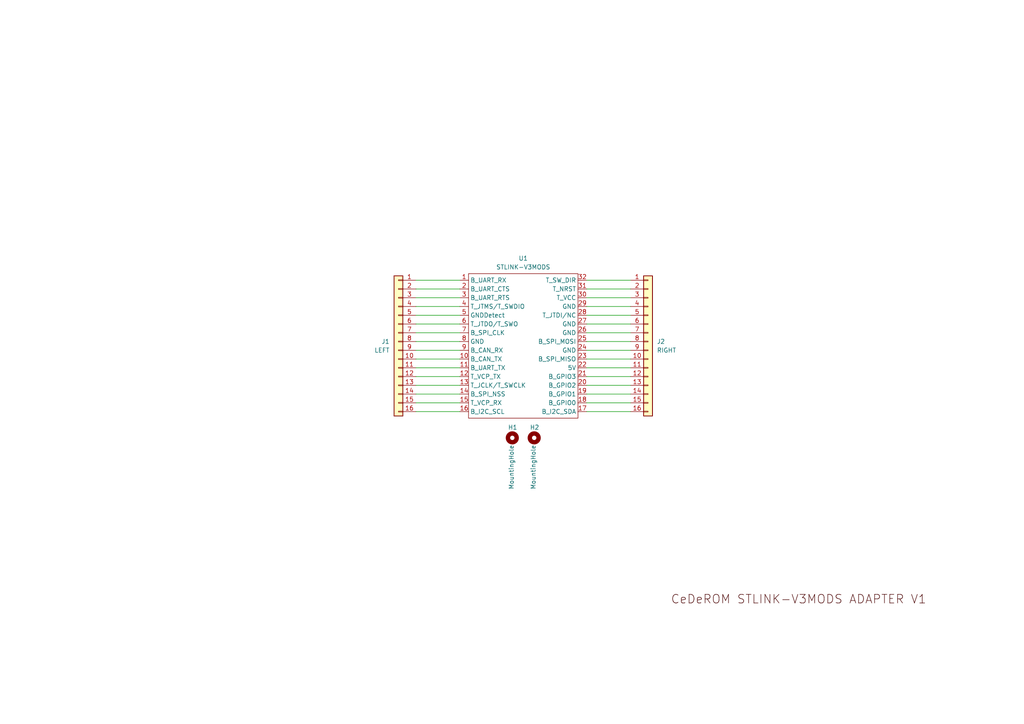
<source format=kicad_sch>
(kicad_sch (version 20250114) (generator "eeschema") (generator_version "9.0")
  (paper "A4")
  (title_block (title "CeDeROM STLINK-V3MODS ADAPTER") (date "2025-08-19") (rev "1") (company "CeDeROM"))
  (lib_symbols
    (symbol "CeDeROM:STLINK-V3MODS"
      (property "Reference" "U" (at -16.002 -21.844 0))
      (symbol "STLINK-V3MODS_0_1"
        (rectangle (start -16.51 20.955) (end 15.24 -20.955))
      )
      (symbol "STLINK-V3MODS_1_1"
        (pin input line (at -19.05 19.05 0) (length 2.54) (name "B_UART_RX") (number "1"))
        (pin input line (at -19.05 16.51 0) (length 2.54) (name "B_UART_CTS") (number "2"))
        (pin output line (at -19.05 13.97 0) (length 2.54) (name "B_UART_RTS") (number "3"))
        (pin bidirectional line (at -19.05 11.43 0) (length 2.54) (name "T_JTMS/T_SWDIO") (number "4"))
        (pin output line (at -19.05 8.89 0) (length 2.54) (name "GNDDetect") (number "5"))
        (pin input line (at -19.05 6.35 0) (length 2.54) (name "T_JTDO/T_SWO") (number "6"))
        (pin bidirectional line (at -19.05 3.81 0) (length 2.54) (name "B_SPI_CLK") (number "7"))
        (pin power_in line (at -19.05 1.27 0) (length 2.54) (name "GND") (number "8"))
        (pin input line (at -19.05 -1.27 0) (length 2.54) (name "B_CAN_RX") (number "9"))
        (pin output line (at -19.05 -3.81 0) (length 2.54) (name "B_CAN_TX") (number "10"))
        (pin output line (at -19.05 -6.35 0) (length 2.54) (name "B_UART_TX") (number "11"))
        (pin input line (at -19.05 -8.89 0) (length 2.54) (name "T_VCP_TX") (number "12"))
        (pin output line (at -19.05 -11.43 0) (length 2.54) (name "T_JCLK/T_SWCLK") (number "13"))
        (pin bidirectional line (at -19.05 -13.97 0) (length 2.54) (name "B_SPI_NSS") (number "14"))
        (pin output line (at -19.05 -16.51 0) (length 2.54) (name "T_VCP_RX") (number "15"))
        (pin output line (at -19.05 -19.05 0) (length 2.54) (name "B_I2C_SCL") (number "16"))
        (pin output line (at 17.78 19.05 180) (length 2.54) (name "T_SW_DIR") (number "32"))
        (pin output line (at 17.78 16.51 180) (length 2.54) (name "T_NRST") (number "31"))
        (pin input line (at 17.78 13.97 180) (length 2.54) (name "T_VCC") (number "30"))
        (pin power_in line (at 17.78 11.43 180) (length 2.54) (name "GND") (number "29"))
        (pin output line (at 17.78 8.89 180) (length 2.54) (name "T_JTDI/NC") (number "28"))
        (pin power_in line (at 17.78 6.35 180) (length 2.54) (name "GND") (number "27"))
        (pin power_in line (at 17.78 3.81 180) (length 2.54) (name "GND") (number "26"))
        (pin bidirectional line (at 17.78 1.27 180) (length 2.54) (name "B_SPI_MOSI") (number "25"))
        (pin power_in line (at 17.78 -1.27 180) (length 2.54) (name "GND") (number "24"))
        (pin bidirectional line (at 17.78 -3.81 180) (length 2.54) (name "B_SPI_MISO") (number "23"))
        (pin power_out line (at 17.78 -6.35 180) (length 2.54) (name "5V") (number "22"))
        (pin bidirectional line (at 17.78 -8.89 180) (length 2.54) (name "B_GPIO3") (number "21"))
        (pin bidirectional line (at 17.78 -11.43 180) (length 2.54) (name "B_GPIO2") (number "20"))
        (pin bidirectional line (at 17.78 -13.97 180) (length 2.54) (name "B_GPIO1") (number "19"))
        (pin bidirectional line (at 17.78 -16.51 180) (length 2.54) (name "B_GPIO0") (number "18"))
        (pin bidirectional line (at 17.78 -19.05 180) (length 2.54) (name "B_I2C_SDA") (number "17"))
      )
    )
    (symbol "Connector_Generic:Conn_01x16" (pin_names (offset 1.016) (hide yes))
      (property "Reference" "J" (at 0 20.32 0))
      (property "Value" "Conn_01x16" (at 0 -22.86 0))
      (symbol "Conn_01x16_1_1"
        (rectangle (start -1.27 19.05) (end 1.27 -21.59) (stroke (width 0.254)) (fill (type background)))
        (rectangle (start -1.27 17.907) (end 0 17.653) (stroke (width 0.1524)))
        (rectangle (start -1.27 15.367) (end 0 15.113) (stroke (width 0.1524)))
        (rectangle (start -1.27 12.827) (end 0 12.573) (stroke (width 0.1524)))
        (rectangle (start -1.27 10.287) (end 0 10.033) (stroke (width 0.1524)))
        (rectangle (start -1.27 7.747) (end 0 7.493) (stroke (width 0.1524)))
        (rectangle (start -1.27 5.207) (end 0 4.953) (stroke (width 0.1524)))
        (rectangle (start -1.27 2.667) (end 0 2.413) (stroke (width 0.1524)))
        (rectangle (start -1.27 0.127) (end 0 -0.127) (stroke (width 0.1524)))
        (rectangle (start -1.27 -2.413) (end 0 -2.667) (stroke (width 0.1524)))
        (rectangle (start -1.27 -4.953) (end 0 -5.207) (stroke (width 0.1524)))
        (rectangle (start -1.27 -7.493) (end 0 -7.747) (stroke (width 0.1524)))
        (rectangle (start -1.27 -10.033) (end 0 -10.287) (stroke (width 0.1524)))
        (rectangle (start -1.27 -12.573) (end 0 -12.827) (stroke (width 0.1524)))
        (rectangle (start -1.27 -15.113) (end 0 -15.367) (stroke (width 0.1524)))
        (rectangle (start -1.27 -17.653) (end 0 -17.907) (stroke (width 0.1524)))
        (rectangle (start -1.27 -20.193) (end 0 -20.447) (stroke (width 0.1524)))
        (pin passive line (at -5.08 17.78 0) (length 3.81) (name "Pin_1") (number "1"))
        (pin passive line (at -5.08 15.24 0) (length 3.81) (name "Pin_2") (number "2"))
        (pin passive line (at -5.08 12.7 0) (length 3.81) (name "Pin_3") (number "3"))
        (pin passive line (at -5.08 10.16 0) (length 3.81) (name "Pin_4") (number "4"))
        (pin passive line (at -5.08 7.62 0) (length 3.81) (name "Pin_5") (number "5"))
        (pin passive line (at -5.08 5.08 0) (length 3.81) (name "Pin_6") (number "6"))
        (pin passive line (at -5.08 2.54 0) (length 3.81) (name "Pin_7") (number "7"))
        (pin passive line (at -5.08 0 0) (length 3.81) (name "Pin_8") (number "8"))
        (pin passive line (at -5.08 -2.54 0) (length 3.81) (name "Pin_9") (number "9"))
        (pin passive line (at -5.08 -5.08 0) (length 3.81) (name "Pin_10") (number "10"))
        (pin passive line (at -5.08 -7.62 0) (length 3.81) (name "Pin_11") (number "11"))
        (pin passive line (at -5.08 -10.16 0) (length 3.81) (name "Pin_12") (number "12"))
        (pin passive line (at -5.08 -12.7 0) (length 3.81) (name "Pin_13") (number "13"))
        (pin passive line (at -5.08 -15.24 0) (length 3.81) (name "Pin_14") (number "14"))
        (pin passive line (at -5.08 -17.78 0) (length 3.81) (name "Pin_15") (number "15"))
        (pin passive line (at -5.08 -20.32 0) (length 3.81) (name "Pin_16") (number "16"))
      )
    )
    (symbol "Mechanical:MountingHole" (pin_names (offset 1.016)) (in_bom no)
      (property "Reference" "H" (at 0 5.08 0))
      (property "Value" "MountingHole" (at 0 3.175 0))
      (symbol "MountingHole_0_1"
        (circle (center 0 0) (radius 1.27) (stroke (width 1.27)))
      )
    )
  )
  (text "CeDeROM STLINK-V3MODS ADAPTER V1" (at 231.648 173.99 0) (effects (font (size 2.5 2.5))))
  (wire (pts (xy 170.18 88.9) (xy 182.88 88.9)))
  (wire (pts (xy 120.65 88.9) (xy 133.35 88.9)))
  (wire (pts (xy 170.18 81.28) (xy 182.88 81.28)))
  (wire (pts (xy 120.65 119.38) (xy 133.35 119.38)))
  (wire (pts (xy 120.65 99.06) (xy 133.35 99.06)))
  (wire (pts (xy 170.18 83.82) (xy 182.88 83.82)))
  (wire (pts (xy 170.18 106.68) (xy 182.88 106.68)))
  (wire (pts (xy 170.18 119.38) (xy 182.88 119.38)))
  (wire (pts (xy 120.65 114.3) (xy 133.35 114.3)))
  (wire (pts (xy 170.18 99.06) (xy 182.88 99.06)))
  (wire (pts (xy 120.65 93.98) (xy 133.35 93.98)))
  (wire (pts (xy 120.65 81.28) (xy 133.35 81.28)))
  (wire (pts (xy 170.18 114.3) (xy 182.88 114.3)))
  (wire (pts (xy 170.18 104.14) (xy 182.88 104.14)))
  (wire (pts (xy 120.65 106.68) (xy 133.35 106.68)))
  (wire (pts (xy 170.18 86.36) (xy 182.88 86.36)))
  (wire (pts (xy 170.18 116.84) (xy 182.88 116.84)))
  (wire (pts (xy 120.65 96.52) (xy 133.35 96.52)))
  (wire (pts (xy 170.18 96.52) (xy 182.88 96.52)))
  (wire (pts (xy 120.65 111.76) (xy 133.35 111.76)))
  (wire (pts (xy 170.18 93.98) (xy 182.88 93.98)))
  (wire (pts (xy 170.18 91.44) (xy 182.88 91.44)))
  (wire (pts (xy 170.18 111.76) (xy 182.88 111.76)))
  (wire (pts (xy 120.65 104.14) (xy 133.35 104.14)))
  (wire (pts (xy 120.65 91.44) (xy 133.35 91.44)))
  (wire (pts (xy 170.18 109.22) (xy 182.88 109.22)))
  (wire (pts (xy 170.18 101.6) (xy 182.88 101.6)))
  (wire (pts (xy 120.65 116.84) (xy 133.35 116.84)))
  (wire (pts (xy 120.65 109.22) (xy 133.35 109.22)))
  (wire (pts (xy 120.65 86.36) (xy 133.35 86.36)))
  (wire (pts (xy 120.65 83.82) (xy 133.35 83.82)))
  (wire (pts (xy 120.65 101.6) (xy 133.35 101.6)))
  (symbol (lib_id "Connector_Generic:Conn_01x16") (at 187.96 99.06 0) (unit 1)
    (property "Reference" "J2" (at 190.5 99.0599 0) (effects (justify left)))
    (property "Value" "RIGHT" (at 190.5 101.5999 0) (effects (justify left)))
    (property "Footprint" "Connector_PinHeader_2.54mm:PinHeader_2x08_P2.54mm_Vertical" (effects (hide yes)))
    (property "Description" "Generic connector, single row, 01x16, script generated (kicad-library-utils/schlib/autogen/connector/)" (effects (hide yes)))
  )
  (symbol (lib_id "Mechanical:MountingHole") (at 148.59 127 0) (unit 1) (in_bom no)
    (property "Reference" "H1" (at 147.32 123.952 0) (effects (justify left)))
    (property "Value" "MountingHole" (at 148.336 141.986 90) (effects (justify left)))
    (property "Footprint" "MountingHole_3.2mm_M3" (effects (hide yes)))
    (property "Description" "Mounting Hole without connection" (effects (hide yes)))
  )
  (symbol (lib_id "CeDeROM:STLINK-V3MODS") (at 152.4 100.33 0) (unit 1)
    (property "Reference" "U1" (at 151.765 74.93 0))
    (property "Value" "STLINK-V3MODS" (at 151.765 77.47 0))
    (property "Footprint" "CeDeROM:STLINK-V3MODS" (effects (hide yes)))
    (property "Datasheet" "https://www.st.com/en/development-tools/stlink-v3mods.html" (effects (hide yes)))
  )
  (symbol (lib_id "Mechanical:MountingHole") (at 154.94 127 0) (unit 1) (in_bom no)
    (property "Reference" "H2" (at 153.67 123.952 0) (effects (justify left)))
    (property "Value" "MountingHole" (at 154.686 141.986 90) (effects (justify left)))
    (property "Footprint" "MountingHole_3.2mm_M3" (effects (hide yes)))
    (property "Description" "Mounting Hole without connection" (effects (hide yes)))
  )
  (symbol (lib_id "Connector_Generic:Conn_01x16") (at 115.57 99.06 0) (mirror y) (unit 1)
    (property "Reference" "J1" (at 113.03 99.0599 0) (effects (justify left)))
    (property "Value" "LEFT" (at 113.03 101.5999 0) (effects (justify left)))
    (property "Footprint" "Connector_PinHeader_2.54mm:PinHeader_2x08_P2.54mm_Vertical" (effects (hide yes)))
    (property "Description" "Generic connector, single row, 01x16, script generated (kicad-library-utils/schlib/autogen/connector/)" (effects (hide yes)))
  )
)
</source>
